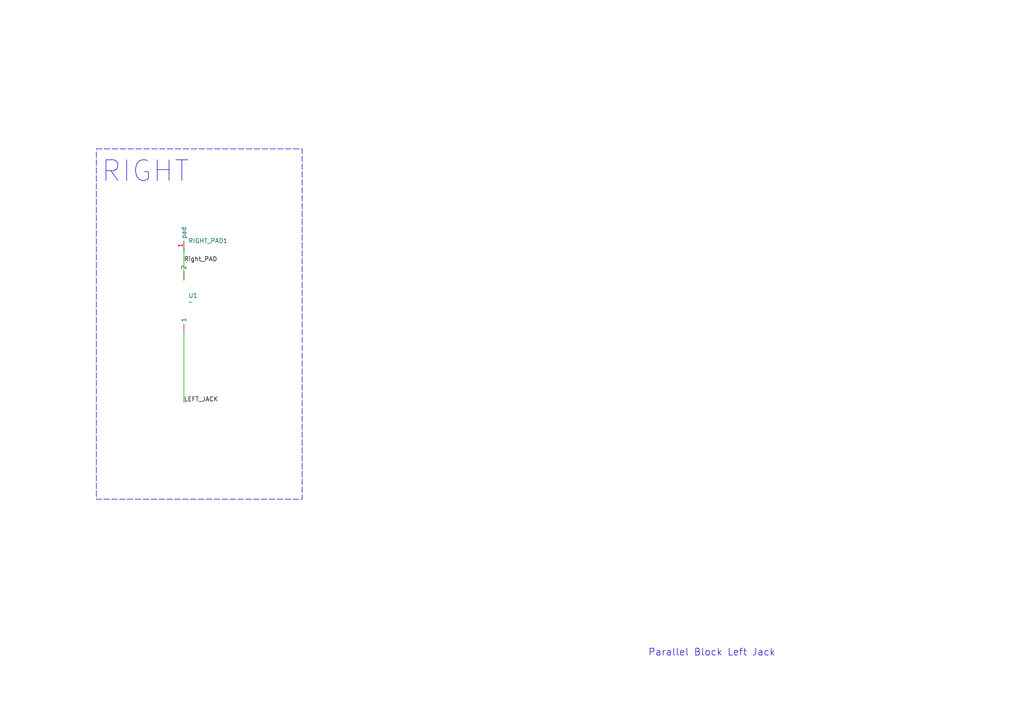
<source format=kicad_sch>
(kicad_sch (version 20231120) (generator "eeschema") (generator_version "8.0")
  (paper "A4")
  (lib_symbols
    (symbol "scotts_library:fuse_socket"
      (property "Reference" "U" (at 0 0 0))
      (symbol "fuse_socket_1_1"
        (pin input line (at -7.62 0 0) (length 2.54) (name "1") (number ""))
        (pin input line (at 7.62 0 0) (length 2.54) (name "2") (number ""))
      )
    )
    (symbol "scotts_library:wire_pad"
      (property "Reference" "U" (at 0 0 0))
      (symbol "wire_pad_1_1"
        (pin input line (at 0 0 0) (length 2.54) (name "pad") (number "1"))
      )
    )
  )
  (wire (pts (xy 53.34 72.39) (xy 53.34 81.28)))
  (wire (pts (xy 53.34 96.52) (xy 53.34 116.84)))
  (rectangle (start 27.94 43.18) (end 87.63 144.78) (stroke (width 0) (type dash)))
  (text "Parallel Block Left Jack" (at 187.96 190.5 0) (effects (font (size 2 2)) (justify left bottom)))
  (text "RIGHT\n" (at 29.21 53.34 0) (effects (font (size 6 6)) (justify left bottom)))
  (label "Right_PAD" (at 53.34 76.2 0))
  (label "LEFT_JACK" (at 53.34 116.84 0))
  (symbol (lib_id "scotts_library:wire_pad") (at 53.34 72.39 90) (unit 1)
    (property "Reference" "RIGHT_PAD1" (at 54.61 69.85 90) (effects (justify right)))
    (property "Value" "~" (at 53.34 72.39 0))
    (property "Footprint" "scotts_library:wire_pad" (effects (hide yes)))
  )
  (symbol (lib_id "scotts_library:fuse_socket") (at 53.34 88.9 90) (unit 1)
    (property "Reference" "U1" (at 54.61 85.7249 90) (effects (justify right)))
    (property "Value" "~" (at 54.61 87.63 90) (effects (justify right)))
    (property "Footprint" "scotts_library:fuse" (effects (hide yes)))
  )
)
</source>
